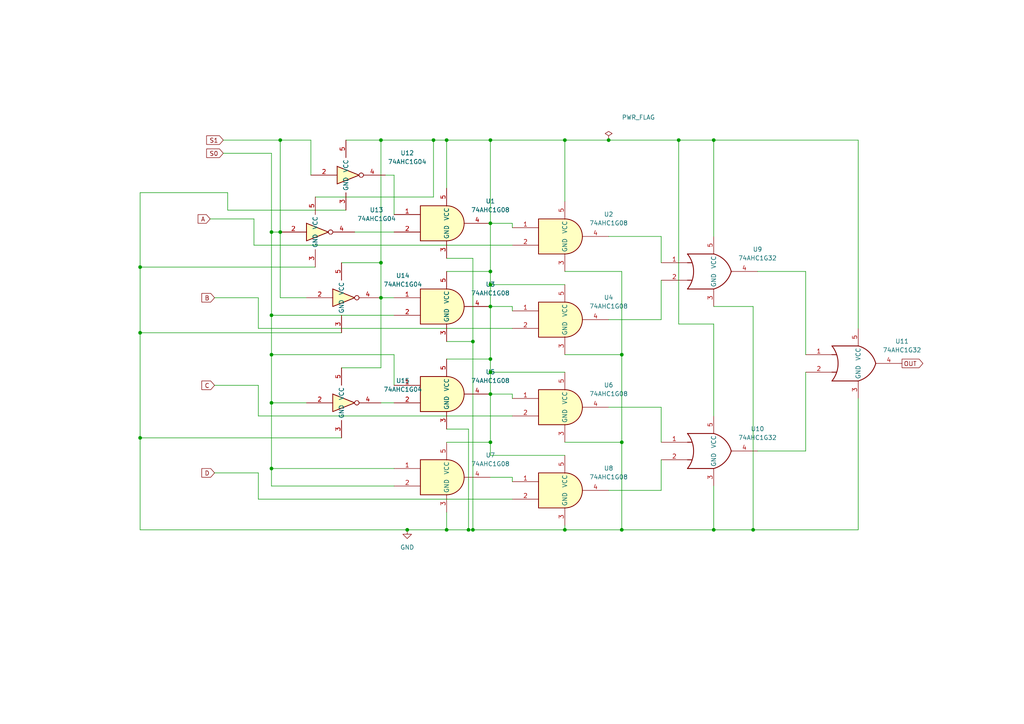
<source format=kicad_sch>
(kicad_sch
	(version 20250114)
	(generator "eeschema")
	(generator_version "9.0")
	(uuid "f44b296d-a981-4594-b136-10b167aaad4f")
	(paper "A4")
	(lib_symbols
		(symbol "74xGxx:74AHC1G04"
			(exclude_from_sim no)
			(in_bom yes)
			(on_board yes)
			(property "Reference" "U12"
				(at 12.7 6.4202 0)
				(effects
					(font
						(size 1.27 1.27)
					)
				)
			)
			(property "Value" "74AHC1G04"
				(at 12.7 3.8802 0)
				(effects
					(font
						(size 1.27 1.27)
					)
				)
			)
			(property "Footprint" ""
				(at 0 0 0)
				(effects
					(font
						(size 1.27 1.27)
					)
					(hide yes)
				)
			)
			(property "Datasheet" "http://www.ti.com/lit/sg/scyt129e/scyt129e.pdf"
				(at 0 0 0)
				(effects
					(font
						(size 1.27 1.27)
					)
					(hide yes)
				)
			)
			(property "Description" "Single NOT Gate, Low-Voltage CMOS"
				(at 0 0 0)
				(effects
					(font
						(size 1.27 1.27)
					)
					(hide yes)
				)
			)
			(property "ki_keywords" "Single Gate NOT LVC CMOS"
				(at 0 0 0)
				(effects
					(font
						(size 1.27 1.27)
					)
					(hide yes)
				)
			)
			(property "ki_fp_filters" "SOT* SG-*"
				(at 0 0 0)
				(effects
					(font
						(size 1.27 1.27)
					)
					(hide yes)
				)
			)
			(symbol "74AHC1G04_0_1"
				(polyline
					(pts
						(xy -7.62 2.54) (xy -7.62 -2.54) (xy -1.27 0) (xy -7.62 2.54)
					)
					(stroke
						(width 0.254)
						(type default)
					)
					(fill
						(type background)
					)
				)
			)
			(symbol "74AHC1G04_1_1"
				(pin input line
					(at -15.24 0 0)
					(length 7.62)
					(name "~"
						(effects
							(font
								(size 1.27 1.27)
							)
						)
					)
					(number "2"
						(effects
							(font
								(size 1.27 1.27)
							)
						)
					)
				)
				(pin no_connect line
					(at -7.62 2.54 0)
					(length 2.54)
					(hide yes)
					(name "NC"
						(effects
							(font
								(size 1.27 1.27)
							)
						)
					)
					(number "1"
						(effects
							(font
								(size 1.27 1.27)
							)
						)
					)
				)
				(pin power_in line
					(at -5.08 10.16 270)
					(length 5.08)
					(name "VCC"
						(effects
							(font
								(size 1.27 1.27)
							)
						)
					)
					(number "5"
						(effects
							(font
								(size 1.27 1.27)
							)
						)
					)
				)
				(pin power_in line
					(at -5.08 -10.16 90)
					(length 5.08)
					(name "GND"
						(effects
							(font
								(size 1.27 1.27)
							)
						)
					)
					(number "3"
						(effects
							(font
								(size 1.27 1.27)
							)
						)
					)
				)
				(pin output inverted
					(at 6.35 0 180)
					(length 7.62)
					(name "~"
						(effects
							(font
								(size 1.27 1.27)
							)
						)
					)
					(number "4"
						(effects
							(font
								(size 1.27 1.27)
							)
						)
					)
				)
			)
			(embedded_fonts no)
		)
		(symbol "74xGxx:74AHC1G08"
			(exclude_from_sim no)
			(in_bom yes)
			(on_board yes)
			(property "Reference" "U"
				(at -2.54 3.81 0)
				(effects
					(font
						(size 1.27 1.27)
					)
				)
			)
			(property "Value" "74AHC1G08"
				(at 0 -3.81 0)
				(effects
					(font
						(size 1.27 1.27)
					)
				)
			)
			(property "Footprint" ""
				(at 0 0 0)
				(effects
					(font
						(size 1.27 1.27)
					)
					(hide yes)
				)
			)
			(property "Datasheet" "http://www.ti.com/lit/sg/scyt129e/scyt129e.pdf"
				(at 0 0 0)
				(effects
					(font
						(size 1.27 1.27)
					)
					(hide yes)
				)
			)
			(property "Description" "Single AND Gate, Low-Voltage CMOS"
				(at 0 0 0)
				(effects
					(font
						(size 1.27 1.27)
					)
					(hide yes)
				)
			)
			(property "ki_keywords" "Single Gate AND LVC CMOS"
				(at 0 0 0)
				(effects
					(font
						(size 1.27 1.27)
					)
					(hide yes)
				)
			)
			(property "ki_fp_filters" "SOT* SG-*"
				(at 0 0 0)
				(effects
					(font
						(size 1.27 1.27)
					)
					(hide yes)
				)
			)
			(symbol "74AHC1G08_0_1"
				(arc
					(start 0 5.08)
					(mid 5.0579 0)
					(end 0 -5.08)
					(stroke
						(width 0.254)
						(type default)
					)
					(fill
						(type background)
					)
				)
				(polyline
					(pts
						(xy 0 -5.08) (xy -7.62 -5.08) (xy -7.62 5.08) (xy 0 5.08)
					)
					(stroke
						(width 0.254)
						(type default)
					)
					(fill
						(type background)
					)
				)
			)
			(symbol "74AHC1G08_1_1"
				(pin input line
					(at -15.24 2.54 0)
					(length 7.62)
					(name "~"
						(effects
							(font
								(size 1.27 1.27)
							)
						)
					)
					(number "1"
						(effects
							(font
								(size 1.27 1.27)
							)
						)
					)
				)
				(pin input line
					(at -15.24 -2.54 0)
					(length 7.62)
					(name "~"
						(effects
							(font
								(size 1.27 1.27)
							)
						)
					)
					(number "2"
						(effects
							(font
								(size 1.27 1.27)
							)
						)
					)
				)
				(pin power_in line
					(at 0 10.16 270)
					(length 5.08)
					(name "VCC"
						(effects
							(font
								(size 1.27 1.27)
							)
						)
					)
					(number "5"
						(effects
							(font
								(size 1.27 1.27)
							)
						)
					)
				)
				(pin power_in line
					(at 0 -10.16 90)
					(length 5.08)
					(name "GND"
						(effects
							(font
								(size 1.27 1.27)
							)
						)
					)
					(number "3"
						(effects
							(font
								(size 1.27 1.27)
							)
						)
					)
				)
				(pin output line
					(at 12.7 0 180)
					(length 7.62)
					(name "~"
						(effects
							(font
								(size 1.27 1.27)
							)
						)
					)
					(number "4"
						(effects
							(font
								(size 1.27 1.27)
							)
						)
					)
				)
			)
			(embedded_fonts no)
		)
		(symbol "74xGxx:74AHC1G32"
			(exclude_from_sim no)
			(in_bom yes)
			(on_board yes)
			(property "Reference" "U"
				(at -2.54 3.81 0)
				(effects
					(font
						(size 1.27 1.27)
					)
				)
			)
			(property "Value" "74AHC1G32"
				(at 0 -3.81 0)
				(effects
					(font
						(size 1.27 1.27)
					)
				)
			)
			(property "Footprint" ""
				(at 0 0 0)
				(effects
					(font
						(size 1.27 1.27)
					)
					(hide yes)
				)
			)
			(property "Datasheet" "http://www.ti.com/lit/sg/scyt129e/scyt129e.pdf"
				(at 0 0 0)
				(effects
					(font
						(size 1.27 1.27)
					)
					(hide yes)
				)
			)
			(property "Description" "Single OR Gate, Low-Voltage CMOS"
				(at 0 0 0)
				(effects
					(font
						(size 1.27 1.27)
					)
					(hide yes)
				)
			)
			(property "ki_keywords" "Single Gate OR LVC CMOS"
				(at 0 0 0)
				(effects
					(font
						(size 1.27 1.27)
					)
					(hide yes)
				)
			)
			(property "ki_fp_filters" "SOT* SG-*"
				(at 0 0 0)
				(effects
					(font
						(size 1.27 1.27)
					)
					(hide yes)
				)
			)
			(symbol "74AHC1G32_0_1"
				(arc
					(start -7.62 5.08)
					(mid -5.838 0)
					(end -7.62 -5.08)
					(stroke
						(width 0.254)
						(type default)
					)
					(fill
						(type none)
					)
				)
				(polyline
					(pts
						(xy -7.62 2.54) (xy -6.35 2.54)
					)
					(stroke
						(width 0.254)
						(type default)
					)
					(fill
						(type background)
					)
				)
				(polyline
					(pts
						(xy -7.62 -2.54) (xy -6.35 -2.54)
					)
					(stroke
						(width 0.254)
						(type default)
					)
					(fill
						(type background)
					)
				)
				(arc
					(start 5.08 0)
					(mid 3.202 -3.202)
					(end 0 -5.08)
					(stroke
						(width 0.254)
						(type default)
					)
					(fill
						(type none)
					)
				)
				(arc
					(start 0 5.08)
					(mid 3.2271 3.2271)
					(end 5.08 0)
					(stroke
						(width 0.254)
						(type default)
					)
					(fill
						(type none)
					)
				)
				(polyline
					(pts
						(xy 0 5.08) (xy -7.62 5.08)
					)
					(stroke
						(width 0.254)
						(type default)
					)
					(fill
						(type background)
					)
				)
				(polyline
					(pts
						(xy 0 -5.08) (xy -7.62 -5.08)
					)
					(stroke
						(width 0.254)
						(type default)
					)
					(fill
						(type background)
					)
				)
			)
			(symbol "74AHC1G32_1_1"
				(pin input line
					(at -15.24 2.54 0)
					(length 7.62)
					(name "~"
						(effects
							(font
								(size 1.27 1.27)
							)
						)
					)
					(number "1"
						(effects
							(font
								(size 1.27 1.27)
							)
						)
					)
				)
				(pin input line
					(at -15.24 -2.54 0)
					(length 7.62)
					(name "~"
						(effects
							(font
								(size 1.27 1.27)
							)
						)
					)
					(number "2"
						(effects
							(font
								(size 1.27 1.27)
							)
						)
					)
				)
				(pin power_in line
					(at 0 10.16 270)
					(length 5.08)
					(name "VCC"
						(effects
							(font
								(size 1.27 1.27)
							)
						)
					)
					(number "5"
						(effects
							(font
								(size 1.27 1.27)
							)
						)
					)
				)
				(pin power_in line
					(at 0 -10.16 90)
					(length 5.08)
					(name "GND"
						(effects
							(font
								(size 1.27 1.27)
							)
						)
					)
					(number "3"
						(effects
							(font
								(size 1.27 1.27)
							)
						)
					)
				)
				(pin output line
					(at 12.7 0 180)
					(length 7.62)
					(name "~"
						(effects
							(font
								(size 1.27 1.27)
							)
						)
					)
					(number "4"
						(effects
							(font
								(size 1.27 1.27)
							)
						)
					)
				)
			)
			(embedded_fonts no)
		)
		(symbol "power:GND"
			(power)
			(pin_numbers
				(hide yes)
			)
			(pin_names
				(offset 0)
				(hide yes)
			)
			(exclude_from_sim no)
			(in_bom yes)
			(on_board yes)
			(property "Reference" "#PWR"
				(at 0 -6.35 0)
				(effects
					(font
						(size 1.27 1.27)
					)
					(hide yes)
				)
			)
			(property "Value" "GND"
				(at 0 -3.81 0)
				(effects
					(font
						(size 1.27 1.27)
					)
				)
			)
			(property "Footprint" ""
				(at 0 0 0)
				(effects
					(font
						(size 1.27 1.27)
					)
					(hide yes)
				)
			)
			(property "Datasheet" ""
				(at 0 0 0)
				(effects
					(font
						(size 1.27 1.27)
					)
					(hide yes)
				)
			)
			(property "Description" "Power symbol creates a global label with name \"GND\" , ground"
				(at 0 0 0)
				(effects
					(font
						(size 1.27 1.27)
					)
					(hide yes)
				)
			)
			(property "ki_keywords" "global power"
				(at 0 0 0)
				(effects
					(font
						(size 1.27 1.27)
					)
					(hide yes)
				)
			)
			(symbol "GND_0_1"
				(polyline
					(pts
						(xy 0 0) (xy 0 -1.27) (xy 1.27 -1.27) (xy 0 -2.54) (xy -1.27 -1.27) (xy 0 -1.27)
					)
					(stroke
						(width 0)
						(type default)
					)
					(fill
						(type none)
					)
				)
			)
			(symbol "GND_1_1"
				(pin power_in line
					(at 0 0 270)
					(length 0)
					(name "~"
						(effects
							(font
								(size 1.27 1.27)
							)
						)
					)
					(number "1"
						(effects
							(font
								(size 1.27 1.27)
							)
						)
					)
				)
			)
			(embedded_fonts no)
		)
		(symbol "power:PWR_FLAG"
			(power)
			(pin_numbers
				(hide yes)
			)
			(pin_names
				(offset 0)
				(hide yes)
			)
			(exclude_from_sim no)
			(in_bom yes)
			(on_board yes)
			(property "Reference" "#FLG"
				(at 0 1.905 0)
				(effects
					(font
						(size 1.27 1.27)
					)
					(hide yes)
				)
			)
			(property "Value" "PWR_FLAG"
				(at 0 3.81 0)
				(effects
					(font
						(size 1.27 1.27)
					)
				)
			)
			(property "Footprint" ""
				(at 0 0 0)
				(effects
					(font
						(size 1.27 1.27)
					)
					(hide yes)
				)
			)
			(property "Datasheet" "~"
				(at 0 0 0)
				(effects
					(font
						(size 1.27 1.27)
					)
					(hide yes)
				)
			)
			(property "Description" "Special symbol for telling ERC where power comes from"
				(at 0 0 0)
				(effects
					(font
						(size 1.27 1.27)
					)
					(hide yes)
				)
			)
			(property "ki_keywords" "flag power"
				(at 0 0 0)
				(effects
					(font
						(size 1.27 1.27)
					)
					(hide yes)
				)
			)
			(symbol "PWR_FLAG_0_0"
				(pin power_out line
					(at 0 0 90)
					(length 0)
					(name "~"
						(effects
							(font
								(size 1.27 1.27)
							)
						)
					)
					(number "1"
						(effects
							(font
								(size 1.27 1.27)
							)
						)
					)
				)
			)
			(symbol "PWR_FLAG_0_1"
				(polyline
					(pts
						(xy 0 0) (xy 0 1.27) (xy -1.016 1.905) (xy 0 2.54) (xy 1.016 1.905) (xy 0 1.27)
					)
					(stroke
						(width 0)
						(type default)
					)
					(fill
						(type none)
					)
				)
			)
			(embedded_fonts no)
		)
	)
	(junction
		(at 110.49 86.36)
		(diameter 0)
		(color 0 0 0 0)
		(uuid "1241a365-b57c-4c8f-8dec-313a0fee87e4")
	)
	(junction
		(at 78.74 67.31)
		(diameter 0)
		(color 0 0 0 0)
		(uuid "145a968c-5054-4fde-9d27-0bc7b2643b14")
	)
	(junction
		(at 142.24 128.27)
		(diameter 0)
		(color 0 0 0 0)
		(uuid "1d3852b7-94f7-4358-b8a2-835db9823952")
	)
	(junction
		(at 40.64 127)
		(diameter 0)
		(color 0 0 0 0)
		(uuid "209828c8-9fe5-45b4-b96a-90526bf61fb7")
	)
	(junction
		(at 40.64 96.52)
		(diameter 0)
		(color 0 0 0 0)
		(uuid "269f9cff-ddd1-4d67-90d1-fada43986aa4")
	)
	(junction
		(at 137.16 99.06)
		(diameter 0)
		(color 0 0 0 0)
		(uuid "26a5c74b-43fc-4195-a0fd-996a323c4f8b")
	)
	(junction
		(at 142.24 107.95)
		(diameter 0)
		(color 0 0 0 0)
		(uuid "2b511997-2565-4f03-94c7-a9a116d0ee2e")
	)
	(junction
		(at 207.01 153.67)
		(diameter 0)
		(color 0 0 0 0)
		(uuid "3880c1ea-c22e-4337-aa06-ce596c0fb634")
	)
	(junction
		(at 78.74 91.44)
		(diameter 0)
		(color 0 0 0 0)
		(uuid "39cbaf2e-de02-4756-9c67-864751dba242")
	)
	(junction
		(at 40.64 77.47)
		(diameter 0)
		(color 0 0 0 0)
		(uuid "3dc4bd99-bcf9-4852-a47f-4229aba9d025")
	)
	(junction
		(at 142.24 104.14)
		(diameter 0)
		(color 0 0 0 0)
		(uuid "3ebb2def-f9fe-490a-b5b6-5bbd0a3d006c")
	)
	(junction
		(at 78.74 135.89)
		(diameter 0)
		(color 0 0 0 0)
		(uuid "3ee0ef4e-01a7-415d-98bc-2562f2a36192")
	)
	(junction
		(at 176.53 40.64)
		(diameter 0)
		(color 0 0 0 0)
		(uuid "48420b0e-a46d-4566-8370-746dee2eea38")
	)
	(junction
		(at 142.24 40.64)
		(diameter 0)
		(color 0 0 0 0)
		(uuid "53f5d7a8-bb53-4421-85db-a6faf71b76b0")
	)
	(junction
		(at 180.34 102.87)
		(diameter 0)
		(color 0 0 0 0)
		(uuid "5e141a18-e668-4ab1-801c-c0c2dc4e831d")
	)
	(junction
		(at 81.28 40.64)
		(diameter 0)
		(color 0 0 0 0)
		(uuid "628a1601-ed36-4cd6-bffc-5245c97de7da")
	)
	(junction
		(at 135.89 153.67)
		(diameter 0)
		(color 0 0 0 0)
		(uuid "6bd081ac-38f7-4fcb-9896-d9a5fc816cc1")
	)
	(junction
		(at 142.24 78.74)
		(diameter 0)
		(color 0 0 0 0)
		(uuid "7c7c5d21-b3a8-44f7-ae27-2beacd37c24a")
	)
	(junction
		(at 163.83 40.64)
		(diameter 0)
		(color 0 0 0 0)
		(uuid "7d716917-d76e-4f4e-a418-18e43c83a781")
	)
	(junction
		(at 142.24 114.3)
		(diameter 0)
		(color 0 0 0 0)
		(uuid "7e738618-f48b-4ec2-b5c0-724bd403c80c")
	)
	(junction
		(at 207.01 40.64)
		(diameter 0)
		(color 0 0 0 0)
		(uuid "7ebc8a4e-1d61-4754-bdd4-bed984b2664a")
	)
	(junction
		(at 142.24 88.9)
		(diameter 0)
		(color 0 0 0 0)
		(uuid "829daea9-e183-4fc8-9b12-8b517182f645")
	)
	(junction
		(at 129.54 153.67)
		(diameter 0)
		(color 0 0 0 0)
		(uuid "8e70ec7e-a770-4483-a76f-21fc3750d1cc")
	)
	(junction
		(at 180.34 128.27)
		(diameter 0)
		(color 0 0 0 0)
		(uuid "8fcc62b9-a355-497f-a93a-345b434f66de")
	)
	(junction
		(at 78.74 102.87)
		(diameter 0)
		(color 0 0 0 0)
		(uuid "98e68292-cd33-4d76-acfd-cd24666e52c5")
	)
	(junction
		(at 110.49 40.64)
		(diameter 0)
		(color 0 0 0 0)
		(uuid "a62eb489-c403-4dc6-897a-c0e12d99f170")
	)
	(junction
		(at 137.16 153.67)
		(diameter 0)
		(color 0 0 0 0)
		(uuid "abf16731-8605-4f64-8038-731613db395e")
	)
	(junction
		(at 125.73 40.64)
		(diameter 0)
		(color 0 0 0 0)
		(uuid "b2ab2ac2-ed86-4de0-a6d1-bfeadbd73aaf")
	)
	(junction
		(at 196.85 40.64)
		(diameter 0)
		(color 0 0 0 0)
		(uuid "b513e8d2-aff6-4b60-99dd-0e0cbae6ab38")
	)
	(junction
		(at 110.49 76.2)
		(diameter 0)
		(color 0 0 0 0)
		(uuid "bcece145-9286-44ae-beaa-2a81776e861d")
	)
	(junction
		(at 142.24 82.55)
		(diameter 0)
		(color 0 0 0 0)
		(uuid "c3a1d04b-1139-4e0d-b9a8-3dfde134962b")
	)
	(junction
		(at 81.28 67.31)
		(diameter 0)
		(color 0 0 0 0)
		(uuid "d32e3bc3-b5c5-4d91-bf81-3776912d7abe")
	)
	(junction
		(at 180.34 153.67)
		(diameter 0)
		(color 0 0 0 0)
		(uuid "ddf2e200-803a-4f91-a37e-bd9cbb3e72fe")
	)
	(junction
		(at 163.83 153.67)
		(diameter 0)
		(color 0 0 0 0)
		(uuid "e89f9926-11ba-45da-b662-2ddbacea7769")
	)
	(junction
		(at 78.74 116.84)
		(diameter 0)
		(color 0 0 0 0)
		(uuid "eb0b643d-f9ca-4ed5-9b39-cc98f01f0c49")
	)
	(junction
		(at 218.44 153.67)
		(diameter 0)
		(color 0 0 0 0)
		(uuid "f56c3ec3-be50-4581-bcbc-f2fe1f442061")
	)
	(junction
		(at 142.24 64.77)
		(diameter 0)
		(color 0 0 0 0)
		(uuid "f58a6fd3-c072-4d88-88c1-76923e32650d")
	)
	(junction
		(at 118.11 153.67)
		(diameter 0)
		(color 0 0 0 0)
		(uuid "fb7c56f6-a078-4cdd-bec3-605394907abe")
	)
	(junction
		(at 129.54 40.64)
		(diameter 0)
		(color 0 0 0 0)
		(uuid "feaf0c96-6a98-47ba-bf12-a9dfad5486c7")
	)
	(wire
		(pts
			(xy 163.83 102.87) (xy 180.34 102.87)
		)
		(stroke
			(width 0)
			(type default)
		)
		(uuid "01c5c91c-f8b2-4fa6-b9ec-e653439f37a8")
	)
	(wire
		(pts
			(xy 64.77 40.64) (xy 81.28 40.64)
		)
		(stroke
			(width 0)
			(type default)
		)
		(uuid "0ba2d038-e9ce-427f-8c94-8ff5e50182d5")
	)
	(wire
		(pts
			(xy 180.34 78.74) (xy 180.34 102.87)
		)
		(stroke
			(width 0)
			(type default)
		)
		(uuid "0c99b694-51b5-42d1-a23d-ad457d30a68b")
	)
	(wire
		(pts
			(xy 78.74 67.31) (xy 81.28 67.31)
		)
		(stroke
			(width 0)
			(type default)
		)
		(uuid "0e05431a-afbd-49dc-8508-308a94250648")
	)
	(wire
		(pts
			(xy 248.92 153.67) (xy 218.44 153.67)
		)
		(stroke
			(width 0)
			(type default)
		)
		(uuid "1159a6dc-47f8-4a80-a606-4a14b67adccf")
	)
	(wire
		(pts
			(xy 176.53 118.11) (xy 191.77 118.11)
		)
		(stroke
			(width 0)
			(type default)
		)
		(uuid "125baf6d-9f01-4bc9-81d1-df46c26ba245")
	)
	(wire
		(pts
			(xy 129.54 153.67) (xy 135.89 153.67)
		)
		(stroke
			(width 0)
			(type default)
		)
		(uuid "137434ac-5d43-4d7c-a8dc-ba6b8860d04e")
	)
	(wire
		(pts
			(xy 90.17 40.64) (xy 90.17 50.8)
		)
		(stroke
			(width 0)
			(type default)
		)
		(uuid "13849884-133b-4eb4-9a2e-e9c2426bd2eb")
	)
	(wire
		(pts
			(xy 207.01 93.98) (xy 196.85 93.98)
		)
		(stroke
			(width 0)
			(type default)
		)
		(uuid "1637f2c1-1a9b-49cd-b055-438cf2b6fc02")
	)
	(wire
		(pts
			(xy 64.77 44.45) (xy 78.74 44.45)
		)
		(stroke
			(width 0)
			(type default)
		)
		(uuid "16bd6030-0023-435f-ae28-6498d03d0db8")
	)
	(wire
		(pts
			(xy 142.24 107.95) (xy 163.83 107.95)
		)
		(stroke
			(width 0)
			(type default)
		)
		(uuid "17d53d92-b43b-4d79-ae7e-2b9e510d1e7f")
	)
	(wire
		(pts
			(xy 142.24 88.9) (xy 148.59 88.9)
		)
		(stroke
			(width 0)
			(type default)
		)
		(uuid "1b0f3058-53ff-4e80-82fc-50293165b88d")
	)
	(wire
		(pts
			(xy 62.23 111.76) (xy 74.93 111.76)
		)
		(stroke
			(width 0)
			(type default)
		)
		(uuid "1f072a6b-0041-4fce-ba0f-3cbd7bb58e56")
	)
	(wire
		(pts
			(xy 74.93 95.25) (xy 148.59 95.25)
		)
		(stroke
			(width 0)
			(type default)
		)
		(uuid "1fb925aa-dd41-4c46-959c-80a9ebfdb78d")
	)
	(wire
		(pts
			(xy 176.53 92.71) (xy 191.77 92.71)
		)
		(stroke
			(width 0)
			(type default)
		)
		(uuid "22dda4a0-1bf5-4aac-97dc-ac4ef780a851")
	)
	(wire
		(pts
			(xy 110.49 86.36) (xy 110.49 76.2)
		)
		(stroke
			(width 0)
			(type default)
		)
		(uuid "22df2e6f-7f01-425c-9b7b-e3e08b8a0292")
	)
	(wire
		(pts
			(xy 73.66 63.5) (xy 73.66 71.12)
		)
		(stroke
			(width 0)
			(type default)
		)
		(uuid "23d1055b-c296-4305-a15b-34edd5e49d4b")
	)
	(wire
		(pts
			(xy 148.59 88.9) (xy 148.59 90.17)
		)
		(stroke
			(width 0)
			(type default)
		)
		(uuid "242dd706-fdc1-4530-bdca-d3b13593fe48")
	)
	(wire
		(pts
			(xy 129.54 74.93) (xy 137.16 74.93)
		)
		(stroke
			(width 0)
			(type default)
		)
		(uuid "2b6e9e90-344b-4dd5-983e-aa770eae05fd")
	)
	(wire
		(pts
			(xy 129.54 128.27) (xy 142.24 128.27)
		)
		(stroke
			(width 0)
			(type default)
		)
		(uuid "2b7a6e79-318e-4cf1-9217-22999a5409a3")
	)
	(wire
		(pts
			(xy 78.74 135.89) (xy 78.74 140.97)
		)
		(stroke
			(width 0)
			(type default)
		)
		(uuid "2c275100-d90b-4e84-9f96-0ead7990b653")
	)
	(wire
		(pts
			(xy 99.06 106.68) (xy 110.49 106.68)
		)
		(stroke
			(width 0)
			(type default)
		)
		(uuid "2e96e5d4-b34d-4972-98a4-a313d286cc8e")
	)
	(wire
		(pts
			(xy 91.44 57.15) (xy 125.73 57.15)
		)
		(stroke
			(width 0)
			(type default)
		)
		(uuid "2fc01723-546a-4b59-b295-7c3030375364")
	)
	(wire
		(pts
			(xy 129.54 78.74) (xy 142.24 78.74)
		)
		(stroke
			(width 0)
			(type default)
		)
		(uuid "307f4216-8dc6-448b-83c9-9f4054d710fd")
	)
	(wire
		(pts
			(xy 40.64 77.47) (xy 40.64 96.52)
		)
		(stroke
			(width 0)
			(type default)
		)
		(uuid "32e07336-2b29-4118-88ed-7b98bebb8ebb")
	)
	(wire
		(pts
			(xy 219.71 78.74) (xy 233.68 78.74)
		)
		(stroke
			(width 0)
			(type default)
		)
		(uuid "34bb7218-7f83-4510-a717-b706f3f423ee")
	)
	(wire
		(pts
			(xy 110.49 76.2) (xy 110.49 40.64)
		)
		(stroke
			(width 0)
			(type default)
		)
		(uuid "35ff714e-3964-44a6-b1e8-cfaa1cd5616e")
	)
	(wire
		(pts
			(xy 148.59 114.3) (xy 148.59 115.57)
		)
		(stroke
			(width 0)
			(type default)
		)
		(uuid "3628e72d-6cb9-43e5-bd22-78f07eddf7d1")
	)
	(wire
		(pts
			(xy 62.23 86.36) (xy 74.93 86.36)
		)
		(stroke
			(width 0)
			(type default)
		)
		(uuid "391781b3-b4d1-4450-bab3-cf5bd45582d0")
	)
	(wire
		(pts
			(xy 110.49 40.64) (xy 125.73 40.64)
		)
		(stroke
			(width 0)
			(type default)
		)
		(uuid "3b14bff5-e836-4bbe-b3ba-215d5246676f")
	)
	(wire
		(pts
			(xy 74.93 144.78) (xy 148.59 144.78)
		)
		(stroke
			(width 0)
			(type default)
		)
		(uuid "3c110de2-639e-4b60-9ec0-7dac6c14deca")
	)
	(wire
		(pts
			(xy 191.77 142.24) (xy 191.77 133.35)
		)
		(stroke
			(width 0)
			(type default)
		)
		(uuid "3f4e40b0-98f8-4fb2-ae63-1badd1836c33")
	)
	(wire
		(pts
			(xy 78.74 91.44) (xy 114.3 91.44)
		)
		(stroke
			(width 0)
			(type default)
		)
		(uuid "430501ec-d632-4522-b1b2-0c3443139fa9")
	)
	(wire
		(pts
			(xy 78.74 67.31) (xy 78.74 91.44)
		)
		(stroke
			(width 0)
			(type default)
		)
		(uuid "46995911-e318-4d6c-9d4b-3043903d66c2")
	)
	(wire
		(pts
			(xy 163.83 40.64) (xy 163.83 58.42)
		)
		(stroke
			(width 0)
			(type default)
		)
		(uuid "481c018c-b69b-4e7c-8fab-f774d851e5ef")
	)
	(wire
		(pts
			(xy 40.64 96.52) (xy 99.06 96.52)
		)
		(stroke
			(width 0)
			(type default)
		)
		(uuid "4b1f1ab1-6b3f-4490-8054-127da7fb345a")
	)
	(wire
		(pts
			(xy 81.28 40.64) (xy 90.17 40.64)
		)
		(stroke
			(width 0)
			(type default)
		)
		(uuid "4b691580-8c65-4b12-98da-16c4d557d210")
	)
	(wire
		(pts
			(xy 142.24 40.64) (xy 142.24 64.77)
		)
		(stroke
			(width 0)
			(type default)
		)
		(uuid "4bbbd189-a6e3-44d7-bd40-69dfd2e08363")
	)
	(wire
		(pts
			(xy 142.24 88.9) (xy 142.24 104.14)
		)
		(stroke
			(width 0)
			(type default)
		)
		(uuid "4bbdc6a4-5eca-47ff-b5c8-9bd25e2600bb")
	)
	(wire
		(pts
			(xy 62.23 137.16) (xy 74.93 137.16)
		)
		(stroke
			(width 0)
			(type default)
		)
		(uuid "4cc0b58d-1af7-47fd-84a9-48fc6925e93c")
	)
	(wire
		(pts
			(xy 78.74 135.89) (xy 114.3 135.89)
		)
		(stroke
			(width 0)
			(type default)
		)
		(uuid "4cf389ef-258c-4d2e-8c36-7a2008cb3fa4")
	)
	(wire
		(pts
			(xy 40.64 153.67) (xy 118.11 153.67)
		)
		(stroke
			(width 0)
			(type default)
		)
		(uuid "5049eaff-c3fe-4380-b5d5-c4744c69f8d7")
	)
	(wire
		(pts
			(xy 142.24 40.64) (xy 163.83 40.64)
		)
		(stroke
			(width 0)
			(type default)
		)
		(uuid "55d11e4a-5952-431f-a69a-1bee52dd68ef")
	)
	(wire
		(pts
			(xy 78.74 102.87) (xy 114.3 102.87)
		)
		(stroke
			(width 0)
			(type default)
		)
		(uuid "592cd547-f26c-4fde-8b14-5d23aa8fde84")
	)
	(wire
		(pts
			(xy 66.04 60.96) (xy 66.04 55.88)
		)
		(stroke
			(width 0)
			(type default)
		)
		(uuid "5a108a68-2c04-47ec-a011-42b59d75fd26")
	)
	(wire
		(pts
			(xy 163.83 153.67) (xy 163.83 152.4)
		)
		(stroke
			(width 0)
			(type default)
		)
		(uuid "5aeb4326-2ae3-408b-a2e7-71c9cc110d08")
	)
	(wire
		(pts
			(xy 163.83 40.64) (xy 176.53 40.64)
		)
		(stroke
			(width 0)
			(type default)
		)
		(uuid "5d348175-f6b8-409c-883b-2276326cf8da")
	)
	(wire
		(pts
			(xy 100.33 40.64) (xy 110.49 40.64)
		)
		(stroke
			(width 0)
			(type default)
		)
		(uuid "61f45980-574a-47fe-9ce7-3f4fe1a77da7")
	)
	(wire
		(pts
			(xy 74.93 137.16) (xy 74.93 144.78)
		)
		(stroke
			(width 0)
			(type default)
		)
		(uuid "62ecef4e-ad8c-4d58-a800-f12ff55373f8")
	)
	(wire
		(pts
			(xy 142.24 138.43) (xy 148.59 138.43)
		)
		(stroke
			(width 0)
			(type default)
		)
		(uuid "64fe6b70-5e38-440a-8547-e01841738eb8")
	)
	(wire
		(pts
			(xy 40.64 127) (xy 40.64 153.67)
		)
		(stroke
			(width 0)
			(type default)
		)
		(uuid "6626ecbf-b9c2-4b0b-8d90-a78a3bede138")
	)
	(wire
		(pts
			(xy 110.49 116.84) (xy 114.3 116.84)
		)
		(stroke
			(width 0)
			(type default)
		)
		(uuid "667aa90c-a8df-4384-99f4-8195a4c4dc5f")
	)
	(wire
		(pts
			(xy 142.24 104.14) (xy 142.24 107.95)
		)
		(stroke
			(width 0)
			(type default)
		)
		(uuid "690917eb-0299-40f2-8810-150925a17313")
	)
	(wire
		(pts
			(xy 102.87 67.31) (xy 114.3 67.31)
		)
		(stroke
			(width 0)
			(type default)
		)
		(uuid "6b217a9b-d075-499a-8c09-dd69488a9f7a")
	)
	(wire
		(pts
			(xy 99.06 76.2) (xy 110.49 76.2)
		)
		(stroke
			(width 0)
			(type default)
		)
		(uuid "6c171b2f-231d-4a4d-8301-f5ce74070d62")
	)
	(wire
		(pts
			(xy 142.24 82.55) (xy 142.24 88.9)
		)
		(stroke
			(width 0)
			(type default)
		)
		(uuid "6d5c0fa6-1b8f-4e56-bf85-0c64a1f7784f")
	)
	(wire
		(pts
			(xy 78.74 116.84) (xy 78.74 135.89)
		)
		(stroke
			(width 0)
			(type default)
		)
		(uuid "6e5c35fb-ce0a-415d-925e-5a994eae5746")
	)
	(wire
		(pts
			(xy 74.93 120.65) (xy 148.59 120.65)
		)
		(stroke
			(width 0)
			(type default)
		)
		(uuid "70cd4926-8870-4921-b834-b262503188e6")
	)
	(wire
		(pts
			(xy 233.68 130.81) (xy 233.68 107.95)
		)
		(stroke
			(width 0)
			(type default)
		)
		(uuid "73396482-c66d-42ff-981b-0d7a0a855516")
	)
	(wire
		(pts
			(xy 248.92 95.25) (xy 248.92 40.64)
		)
		(stroke
			(width 0)
			(type default)
		)
		(uuid "74f625d0-26a1-4ad4-9456-80e2f2cf2947")
	)
	(wire
		(pts
			(xy 191.77 118.11) (xy 191.77 128.27)
		)
		(stroke
			(width 0)
			(type default)
		)
		(uuid "772b1d67-40ea-4156-8470-139d92496931")
	)
	(wire
		(pts
			(xy 142.24 114.3) (xy 148.59 114.3)
		)
		(stroke
			(width 0)
			(type default)
		)
		(uuid "7c14160e-740d-4532-a00a-780b53a4617c")
	)
	(wire
		(pts
			(xy 129.54 148.59) (xy 129.54 153.67)
		)
		(stroke
			(width 0)
			(type default)
		)
		(uuid "7ca7eb27-6ce9-4ffb-830a-0579edba2972")
	)
	(wire
		(pts
			(xy 207.01 120.65) (xy 207.01 93.98)
		)
		(stroke
			(width 0)
			(type default)
		)
		(uuid "7d307e75-b1fe-4949-87ba-d2447779e1a6")
	)
	(wire
		(pts
			(xy 114.3 102.87) (xy 114.3 111.76)
		)
		(stroke
			(width 0)
			(type default)
		)
		(uuid "81821d8a-dd83-4ec1-a4bb-885d2af6c10c")
	)
	(wire
		(pts
			(xy 78.74 91.44) (xy 78.74 102.87)
		)
		(stroke
			(width 0)
			(type default)
		)
		(uuid "835b5096-6a97-41f4-a338-e9157825292d")
	)
	(wire
		(pts
			(xy 191.77 68.58) (xy 191.77 76.2)
		)
		(stroke
			(width 0)
			(type default)
		)
		(uuid "8401b252-9fbe-4de2-9e41-d3e7fd8cad06")
	)
	(wire
		(pts
			(xy 40.64 96.52) (xy 40.64 127)
		)
		(stroke
			(width 0)
			(type default)
		)
		(uuid "84c5dd84-732e-4845-90eb-92dd4ead59af")
	)
	(wire
		(pts
			(xy 180.34 102.87) (xy 180.34 128.27)
		)
		(stroke
			(width 0)
			(type default)
		)
		(uuid "858ec7e6-0fa8-4020-a9dd-f095dbb4d421")
	)
	(wire
		(pts
			(xy 163.83 132.08) (xy 142.24 132.08)
		)
		(stroke
			(width 0)
			(type default)
		)
		(uuid "898c6a67-4eae-47eb-a8a3-3c82c3068c38")
	)
	(wire
		(pts
			(xy 142.24 64.77) (xy 148.59 64.77)
		)
		(stroke
			(width 0)
			(type default)
		)
		(uuid "8bb19778-473f-49d1-a0a0-9a164084d2ed")
	)
	(wire
		(pts
			(xy 163.83 78.74) (xy 180.34 78.74)
		)
		(stroke
			(width 0)
			(type default)
		)
		(uuid "8bb19f60-7aa2-4318-bb3b-37d8c827d9eb")
	)
	(wire
		(pts
			(xy 118.11 153.67) (xy 129.54 153.67)
		)
		(stroke
			(width 0)
			(type default)
		)
		(uuid "8ccd2fd9-4d33-4a12-b0b0-dc900fcaf5f4")
	)
	(wire
		(pts
			(xy 137.16 153.67) (xy 163.83 153.67)
		)
		(stroke
			(width 0)
			(type default)
		)
		(uuid "8e0f3286-f7f7-4a0e-bbaa-5c70decdb753")
	)
	(wire
		(pts
			(xy 129.54 124.46) (xy 135.89 124.46)
		)
		(stroke
			(width 0)
			(type default)
		)
		(uuid "8f302aea-14d4-4620-97c5-3f64e40c0665")
	)
	(wire
		(pts
			(xy 100.33 60.96) (xy 66.04 60.96)
		)
		(stroke
			(width 0)
			(type default)
		)
		(uuid "93e5e4b0-2f6b-4223-96cc-25cd84195abd")
	)
	(wire
		(pts
			(xy 137.16 74.93) (xy 137.16 99.06)
		)
		(stroke
			(width 0)
			(type default)
		)
		(uuid "93e65279-1548-4c7d-8a80-1699a10a8f5e")
	)
	(wire
		(pts
			(xy 207.01 40.64) (xy 248.92 40.64)
		)
		(stroke
			(width 0)
			(type default)
		)
		(uuid "950fdc51-8cd3-4798-8c16-d3a6a290594a")
	)
	(wire
		(pts
			(xy 191.77 92.71) (xy 191.77 81.28)
		)
		(stroke
			(width 0)
			(type default)
		)
		(uuid "964fec25-fa6a-4bca-b01d-5b27c090c160")
	)
	(wire
		(pts
			(xy 125.73 57.15) (xy 125.73 40.64)
		)
		(stroke
			(width 0)
			(type default)
		)
		(uuid "96d04fd0-e0a2-4597-b78d-8255331785c5")
	)
	(wire
		(pts
			(xy 110.49 106.68) (xy 110.49 86.36)
		)
		(stroke
			(width 0)
			(type default)
		)
		(uuid "9833255f-9ffe-4db6-9828-2b9e04fd3da9")
	)
	(wire
		(pts
			(xy 196.85 40.64) (xy 207.01 40.64)
		)
		(stroke
			(width 0)
			(type default)
		)
		(uuid "99e471d0-8e8a-4d9b-8225-8057479df040")
	)
	(wire
		(pts
			(xy 233.68 78.74) (xy 233.68 102.87)
		)
		(stroke
			(width 0)
			(type default)
		)
		(uuid "9ba66875-52bf-4f68-9589-052b773af3b7")
	)
	(wire
		(pts
			(xy 111.76 50.8) (xy 114.3 50.8)
		)
		(stroke
			(width 0)
			(type default)
		)
		(uuid "9d7ab288-9356-4370-a073-7ed664524b9d")
	)
	(wire
		(pts
			(xy 207.01 68.58) (xy 207.01 40.64)
		)
		(stroke
			(width 0)
			(type default)
		)
		(uuid "a2f10f82-7ec6-4d93-bd8f-b3824bdc8c6d")
	)
	(wire
		(pts
			(xy 180.34 128.27) (xy 180.34 153.67)
		)
		(stroke
			(width 0)
			(type default)
		)
		(uuid "a6838973-7950-479b-a0cb-d51ea3092f84")
	)
	(wire
		(pts
			(xy 78.74 140.97) (xy 114.3 140.97)
		)
		(stroke
			(width 0)
			(type default)
		)
		(uuid "a78ee8e5-548f-4f86-921f-37fa428262ff")
	)
	(wire
		(pts
			(xy 78.74 44.45) (xy 78.74 67.31)
		)
		(stroke
			(width 0)
			(type default)
		)
		(uuid "af842839-0c8f-4fbc-9493-b53bf4c7fc29")
	)
	(wire
		(pts
			(xy 142.24 114.3) (xy 142.24 128.27)
		)
		(stroke
			(width 0)
			(type default)
		)
		(uuid "b07aa5d7-e2a7-4e1d-9255-d3cad79adedf")
	)
	(wire
		(pts
			(xy 163.83 128.27) (xy 180.34 128.27)
		)
		(stroke
			(width 0)
			(type default)
		)
		(uuid "b1f9434c-2ab2-4b74-b10d-10bad4b2fc86")
	)
	(wire
		(pts
			(xy 218.44 88.9) (xy 218.44 153.67)
		)
		(stroke
			(width 0)
			(type default)
		)
		(uuid "b36f6211-da88-45cb-a7d1-d25cb3a090bc")
	)
	(wire
		(pts
			(xy 129.54 40.64) (xy 129.54 54.61)
		)
		(stroke
			(width 0)
			(type default)
		)
		(uuid "b6cf2aea-6ccf-4782-8892-3f4d7def8f20")
	)
	(wire
		(pts
			(xy 78.74 116.84) (xy 88.9 116.84)
		)
		(stroke
			(width 0)
			(type default)
		)
		(uuid "b769bc07-ea20-4302-9457-9789023e461e")
	)
	(wire
		(pts
			(xy 180.34 153.67) (xy 163.83 153.67)
		)
		(stroke
			(width 0)
			(type default)
		)
		(uuid "b7d354c0-42f3-493b-ac38-d305369f004a")
	)
	(wire
		(pts
			(xy 207.01 88.9) (xy 218.44 88.9)
		)
		(stroke
			(width 0)
			(type default)
		)
		(uuid "b948a3e2-5615-41fc-be4f-89747a9a1543")
	)
	(wire
		(pts
			(xy 142.24 132.08) (xy 142.24 128.27)
		)
		(stroke
			(width 0)
			(type default)
		)
		(uuid "b9bf7455-55a5-4abc-a927-db2d549d6dd2")
	)
	(wire
		(pts
			(xy 40.64 127) (xy 99.06 127)
		)
		(stroke
			(width 0)
			(type default)
		)
		(uuid "bb8462ab-dc47-4905-89d7-70acca1dfab9")
	)
	(wire
		(pts
			(xy 207.01 153.67) (xy 180.34 153.67)
		)
		(stroke
			(width 0)
			(type default)
		)
		(uuid "bcffb5c7-93fc-4e71-b4f7-1cf3fc3bf58e")
	)
	(wire
		(pts
			(xy 248.92 115.57) (xy 248.92 153.67)
		)
		(stroke
			(width 0)
			(type default)
		)
		(uuid "bee53b34-d970-4e1c-9ddc-f8aebec39674")
	)
	(wire
		(pts
			(xy 135.89 124.46) (xy 135.89 153.67)
		)
		(stroke
			(width 0)
			(type default)
		)
		(uuid "c0357962-7508-47e3-a75c-49b071e0a232")
	)
	(wire
		(pts
			(xy 176.53 142.24) (xy 191.77 142.24)
		)
		(stroke
			(width 0)
			(type default)
		)
		(uuid "c13be364-aaaa-43d0-99f4-ceea83fcf51d")
	)
	(wire
		(pts
			(xy 114.3 50.8) (xy 114.3 62.23)
		)
		(stroke
			(width 0)
			(type default)
		)
		(uuid "c3630746-8a8b-4be0-a749-2c7201af411f")
	)
	(wire
		(pts
			(xy 74.93 86.36) (xy 74.93 95.25)
		)
		(stroke
			(width 0)
			(type default)
		)
		(uuid "c405b6dd-1146-4857-86d3-76c9ade17a00")
	)
	(wire
		(pts
			(xy 196.85 40.64) (xy 176.53 40.64)
		)
		(stroke
			(width 0)
			(type default)
		)
		(uuid "c5bbbf2c-8f0e-499e-89ff-be931ded89d3")
	)
	(wire
		(pts
			(xy 137.16 99.06) (xy 137.16 153.67)
		)
		(stroke
			(width 0)
			(type default)
		)
		(uuid "c6466f8e-ec3b-4946-b823-9c44fcfbdb88")
	)
	(wire
		(pts
			(xy 81.28 86.36) (xy 88.9 86.36)
		)
		(stroke
			(width 0)
			(type default)
		)
		(uuid "c8e581d5-4714-481f-bd48-3e12d5043b73")
	)
	(wire
		(pts
			(xy 142.24 107.95) (xy 142.24 114.3)
		)
		(stroke
			(width 0)
			(type default)
		)
		(uuid "caac406f-6618-4c8e-bea8-7ea747700703")
	)
	(wire
		(pts
			(xy 81.28 40.64) (xy 81.28 67.31)
		)
		(stroke
			(width 0)
			(type default)
		)
		(uuid "cad13452-7de4-4ab3-b0c3-62f2edcf8d9c")
	)
	(wire
		(pts
			(xy 129.54 99.06) (xy 137.16 99.06)
		)
		(stroke
			(width 0)
			(type default)
		)
		(uuid "cbb25906-ad4e-4613-9715-7acb62677bba")
	)
	(wire
		(pts
			(xy 135.89 153.67) (xy 137.16 153.67)
		)
		(stroke
			(width 0)
			(type default)
		)
		(uuid "cc267232-b40b-482f-97c9-e42b6a9715cf")
	)
	(wire
		(pts
			(xy 176.53 68.58) (xy 191.77 68.58)
		)
		(stroke
			(width 0)
			(type default)
		)
		(uuid "cc8fb87b-f92d-4022-904b-93f7487c9baa")
	)
	(wire
		(pts
			(xy 142.24 64.77) (xy 142.24 78.74)
		)
		(stroke
			(width 0)
			(type default)
		)
		(uuid "cd13ee75-9278-4437-8489-0beb24bb86b9")
	)
	(wire
		(pts
			(xy 142.24 82.55) (xy 163.83 82.55)
		)
		(stroke
			(width 0)
			(type default)
		)
		(uuid "cf0dc92c-44d2-4803-8908-7951d2b1a261")
	)
	(wire
		(pts
			(xy 196.85 40.64) (xy 196.85 93.98)
		)
		(stroke
			(width 0)
			(type default)
		)
		(uuid "d08ba629-ee5a-4081-a5c6-2d949019496c")
	)
	(wire
		(pts
			(xy 60.96 63.5) (xy 73.66 63.5)
		)
		(stroke
			(width 0)
			(type default)
		)
		(uuid "d2975dc3-a2ea-404d-a224-3b34d131e4ef")
	)
	(wire
		(pts
			(xy 81.28 67.31) (xy 81.28 86.36)
		)
		(stroke
			(width 0)
			(type default)
		)
		(uuid "d314cfd8-1b48-41bc-9b27-3229fd039211")
	)
	(wire
		(pts
			(xy 142.24 78.74) (xy 142.24 82.55)
		)
		(stroke
			(width 0)
			(type default)
		)
		(uuid "d505c9c9-b5ab-42bd-8dec-f2a6453d558e")
	)
	(wire
		(pts
			(xy 129.54 40.64) (xy 142.24 40.64)
		)
		(stroke
			(width 0)
			(type default)
		)
		(uuid "d93192cc-a0af-45e6-995f-fa593d41e747")
	)
	(wire
		(pts
			(xy 110.49 86.36) (xy 114.3 86.36)
		)
		(stroke
			(width 0)
			(type default)
		)
		(uuid "d94e37c4-1ca6-43ec-9aff-43caf3e03635")
	)
	(wire
		(pts
			(xy 73.66 71.12) (xy 148.59 71.12)
		)
		(stroke
			(width 0)
			(type default)
		)
		(uuid "dbb80aa9-1a8c-44d2-8076-35f0f88b3bb7")
	)
	(wire
		(pts
			(xy 66.04 55.88) (xy 40.64 55.88)
		)
		(stroke
			(width 0)
			(type default)
		)
		(uuid "dc4a5119-d2be-4ac2-ac45-a77f49795df4")
	)
	(wire
		(pts
			(xy 148.59 64.77) (xy 148.59 66.04)
		)
		(stroke
			(width 0)
			(type default)
		)
		(uuid "dc67972c-7f53-4f83-904d-03a4f474a400")
	)
	(wire
		(pts
			(xy 219.71 130.81) (xy 233.68 130.81)
		)
		(stroke
			(width 0)
			(type default)
		)
		(uuid "df73c785-3fb4-4209-9bc3-0422d1f7575e")
	)
	(wire
		(pts
			(xy 148.59 138.43) (xy 148.59 139.7)
		)
		(stroke
			(width 0)
			(type default)
		)
		(uuid "e5ee2aee-24f1-4c8d-9a74-9991c7a5f7cd")
	)
	(wire
		(pts
			(xy 207.01 140.97) (xy 207.01 153.67)
		)
		(stroke
			(width 0)
			(type default)
		)
		(uuid "e5f8027a-3639-42b8-bab2-911e621c43e9")
	)
	(wire
		(pts
			(xy 78.74 102.87) (xy 78.74 116.84)
		)
		(stroke
			(width 0)
			(type default)
		)
		(uuid "e9721c91-0cc1-4257-af72-49ba3e374a37")
	)
	(wire
		(pts
			(xy 125.73 40.64) (xy 129.54 40.64)
		)
		(stroke
			(width 0)
			(type default)
		)
		(uuid "edf4b6e6-1ab1-47b3-a35a-3185265b8d36")
	)
	(wire
		(pts
			(xy 40.64 55.88) (xy 40.64 77.47)
		)
		(stroke
			(width 0)
			(type default)
		)
		(uuid "f2b1c634-159e-49cc-be82-9ec421b11a6e")
	)
	(wire
		(pts
			(xy 218.44 153.67) (xy 207.01 153.67)
		)
		(stroke
			(width 0)
			(type default)
		)
		(uuid "f6953ea1-4e01-4833-ab61-36f8d41332a8")
	)
	(wire
		(pts
			(xy 74.93 111.76) (xy 74.93 120.65)
		)
		(stroke
			(width 0)
			(type default)
		)
		(uuid "f9fcc415-8037-46f8-9fec-836d299e5371")
	)
	(wire
		(pts
			(xy 129.54 104.14) (xy 142.24 104.14)
		)
		(stroke
			(width 0)
			(type default)
		)
		(uuid "fc2e75fc-a634-45a1-871f-d72753fc8172")
	)
	(wire
		(pts
			(xy 91.44 77.47) (xy 40.64 77.47)
		)
		(stroke
			(width 0)
			(type default)
		)
		(uuid "fff77fb6-b460-4e04-97fb-311046cc9705")
	)
	(global_label "B"
		(shape input)
		(at 62.23 86.36 180)
		(fields_autoplaced yes)
		(effects
			(font
				(size 1.27 1.27)
			)
			(justify right)
		)
		(uuid "1511738a-7598-449d-b027-07bf9c1db2ad")
		(property "Intersheetrefs" "${INTERSHEET_REFS}"
			(at 57.9748 86.36 0)
			(effects
				(font
					(size 1.27 1.27)
				)
				(justify right)
				(hide yes)
			)
		)
	)
	(global_label "S1"
		(shape input)
		(at 64.77 40.64 180)
		(fields_autoplaced yes)
		(effects
			(font
				(size 1.27 1.27)
			)
			(justify right)
		)
		(uuid "5f376804-ffa9-4def-91be-3cbcd156f01a")
		(property "Intersheetrefs" "${INTERSHEET_REFS}"
			(at 59.3658 40.64 0)
			(effects
				(font
					(size 1.27 1.27)
				)
				(justify right)
				(hide yes)
			)
		)
	)
	(global_label "OUT"
		(shape output)
		(at 261.62 105.41 0)
		(fields_autoplaced yes)
		(effects
			(font
				(size 1.27 1.27)
			)
			(justify left)
		)
		(uuid "785ff984-adbc-46cc-963e-6f0482ddde89")
		(property "Intersheetrefs" "${INTERSHEET_REFS}"
			(at 268.2338 105.41 0)
			(effects
				(font
					(size 1.27 1.27)
				)
				(justify left)
				(hide yes)
			)
		)
	)
	(global_label "A"
		(shape input)
		(at 60.96 63.5 180)
		(fields_autoplaced yes)
		(effects
			(font
				(size 1.27 1.27)
			)
			(justify right)
		)
		(uuid "9a9a27ed-35a4-46d8-83a8-07666bb4ec76")
		(property "Intersheetrefs" "${INTERSHEET_REFS}"
			(at 56.8862 63.5 0)
			(effects
				(font
					(size 1.27 1.27)
				)
				(justify right)
				(hide yes)
			)
		)
	)
	(global_label "C"
		(shape input)
		(at 62.23 111.76 180)
		(fields_autoplaced yes)
		(effects
			(font
				(size 1.27 1.27)
			)
			(justify right)
		)
		(uuid "9b72a203-ede2-482d-b5ad-5e03e596d38c")
		(property "Intersheetrefs" "${INTERSHEET_REFS}"
			(at 57.9748 111.76 0)
			(effects
				(font
					(size 1.27 1.27)
				)
				(justify right)
				(hide yes)
			)
		)
	)
	(global_label "D"
		(shape input)
		(at 62.23 137.16 180)
		(fields_autoplaced yes)
		(effects
			(font
				(size 1.27 1.27)
			)
			(justify right)
		)
		(uuid "e84a07a3-7f78-49e5-a780-83bb09d7e8e7")
		(property "Intersheetrefs" "${INTERSHEET_REFS}"
			(at 57.9748 137.16 0)
			(effects
				(font
					(size 1.27 1.27)
				)
				(justify right)
				(hide yes)
			)
		)
	)
	(global_label "S0"
		(shape input)
		(at 64.77 44.45 180)
		(fields_autoplaced yes)
		(effects
			(font
				(size 1.27 1.27)
			)
			(justify right)
		)
		(uuid "f895fda6-7c56-434b-ab39-2c8e192fae09")
		(property "Intersheetrefs" "${INTERSHEET_REFS}"
			(at 59.3658 44.45 0)
			(effects
				(font
					(size 1.27 1.27)
				)
				(justify right)
				(hide yes)
			)
		)
	)
	(symbol
		(lib_id "74xGxx:74AHC1G08")
		(at 163.83 118.11 0)
		(unit 1)
		(exclude_from_sim no)
		(in_bom yes)
		(on_board yes)
		(dnp no)
		(fields_autoplaced yes)
		(uuid "096d69b3-fa62-4137-bfdc-ebb5e31aa851")
		(property "Reference" "U6"
			(at 176.53 111.6898 0)
			(effects
				(font
					(size 1.27 1.27)
				)
			)
		)
		(property "Value" "74AHC1G08"
			(at 176.53 114.2298 0)
			(effects
				(font
					(size 1.27 1.27)
				)
			)
		)
		(property "Footprint" ""
			(at 163.83 118.11 0)
			(effects
				(font
					(size 1.27 1.27)
				)
				(hide yes)
			)
		)
		(property "Datasheet" "http://www.ti.com/lit/sg/scyt129e/scyt129e.pdf"
			(at 163.83 118.11 0)
			(effects
				(font
					(size 1.27 1.27)
				)
				(hide yes)
			)
		)
		(property "Description" "Single AND Gate, Low-Voltage CMOS"
			(at 163.83 118.11 0)
			(effects
				(font
					(size 1.27 1.27)
				)
				(hide yes)
			)
		)
		(pin "3"
			(uuid "afafde3a-380b-428d-8bb2-dc389c565bfb")
		)
		(pin "2"
			(uuid "ca476b41-bd29-4ada-95b9-83ff10f70f53")
		)
		(pin "1"
			(uuid "1a7918ca-bed7-4ea4-9158-71d1621363c7")
		)
		(pin "5"
			(uuid "b2f578c2-a08e-4fce-8f47-dc592e94ccbc")
		)
		(pin "4"
			(uuid "41c71d59-7825-4b20-948a-9616b4c07a2c")
		)
		(instances
			(project "Multiplexador 4x1"
				(path "/f44b296d-a981-4594-b136-10b167aaad4f"
					(reference "U6")
					(unit 1)
				)
			)
		)
	)
	(symbol
		(lib_id "74xGxx:74AHC1G04")
		(at 105.41 50.8 0)
		(unit 1)
		(exclude_from_sim no)
		(in_bom yes)
		(on_board yes)
		(dnp no)
		(fields_autoplaced yes)
		(uuid "0f53430d-193f-49ba-9655-312b2d0cca45")
		(property "Reference" "U12"
			(at 118.11 44.3798 0)
			(effects
				(font
					(size 1.27 1.27)
				)
			)
		)
		(property "Value" "74AHC1G04"
			(at 118.11 46.9198 0)
			(effects
				(font
					(size 1.27 1.27)
				)
			)
		)
		(property "Footprint" ""
			(at 105.41 50.8 0)
			(effects
				(font
					(size 1.27 1.27)
				)
				(hide yes)
			)
		)
		(property "Datasheet" "http://www.ti.com/lit/sg/scyt129e/scyt129e.pdf"
			(at 105.41 50.8 0)
			(effects
				(font
					(size 1.27 1.27)
				)
				(hide yes)
			)
		)
		(property "Description" "Single NOT Gate, Low-Voltage CMOS"
			(at 105.41 50.8 0)
			(effects
				(font
					(size 1.27 1.27)
				)
				(hide yes)
			)
		)
		(pin "1"
			(uuid "aa7a38d6-d6c5-4ff1-8ab7-5cc3943bbfdb")
		)
		(pin "5"
			(uuid "9736f887-1705-4122-9482-6b7bdf313cc5")
		)
		(pin "2"
			(uuid "3d40f165-3926-499c-b003-1d7b89354e8c")
		)
		(pin "3"
			(uuid "540b0589-f00d-4319-a541-e33f6e7241f7")
		)
		(pin "4"
			(uuid "7410b69f-12b2-404b-8024-2fd7a639eea8")
		)
		(instances
			(project ""
				(path "/f44b296d-a981-4594-b136-10b167aaad4f"
					(reference "U12")
					(unit 1)
				)
			)
		)
	)
	(symbol
		(lib_id "74xGxx:74AHC1G08")
		(at 163.83 68.58 0)
		(unit 1)
		(exclude_from_sim no)
		(in_bom yes)
		(on_board yes)
		(dnp no)
		(fields_autoplaced yes)
		(uuid "176bd087-d2f2-41df-abdf-773d02f54e43")
		(property "Reference" "U2"
			(at 176.53 62.1598 0)
			(effects
				(font
					(size 1.27 1.27)
				)
			)
		)
		(property "Value" "74AHC1G08"
			(at 176.53 64.6998 0)
			(effects
				(font
					(size 1.27 1.27)
				)
			)
		)
		(property "Footprint" ""
			(at 163.83 68.58 0)
			(effects
				(font
					(size 1.27 1.27)
				)
				(hide yes)
			)
		)
		(property "Datasheet" "http://www.ti.com/lit/sg/scyt129e/scyt129e.pdf"
			(at 163.83 68.58 0)
			(effects
				(font
					(size 1.27 1.27)
				)
				(hide yes)
			)
		)
		(property "Description" "Single AND Gate, Low-Voltage CMOS"
			(at 163.83 68.58 0)
			(effects
				(font
					(size 1.27 1.27)
				)
				(hide yes)
			)
		)
		(pin "3"
			(uuid "7ab1fddc-8cea-4cf6-99f2-c5d4a53b52a0")
		)
		(pin "2"
			(uuid "b8a501ca-8d58-477b-af66-a5348a07e4f2")
		)
		(pin "1"
			(uuid "d51d02a0-11f2-4b78-8b48-51e8d1cb9beb")
		)
		(pin "5"
			(uuid "04e3430e-4fdb-449c-8d1e-894a3802331a")
		)
		(pin "4"
			(uuid "5b6ade83-6902-4b62-b2f5-04d857bc8e6b")
		)
		(instances
			(project "Multiplexador 4x1"
				(path "/f44b296d-a981-4594-b136-10b167aaad4f"
					(reference "U2")
					(unit 1)
				)
			)
		)
	)
	(symbol
		(lib_id "74xGxx:74AHC1G04")
		(at 96.52 67.31 0)
		(unit 1)
		(exclude_from_sim no)
		(in_bom yes)
		(on_board yes)
		(dnp no)
		(fields_autoplaced yes)
		(uuid "197daa10-813d-46e3-9c4f-931b4cb4d0ac")
		(property "Reference" "U13"
			(at 109.22 60.8898 0)
			(effects
				(font
					(size 1.27 1.27)
				)
			)
		)
		(property "Value" "74AHC1G04"
			(at 109.22 63.4298 0)
			(effects
				(font
					(size 1.27 1.27)
				)
			)
		)
		(property "Footprint" ""
			(at 96.52 67.31 0)
			(effects
				(font
					(size 1.27 1.27)
				)
				(hide yes)
			)
		)
		(property "Datasheet" "http://www.ti.com/lit/sg/scyt129e/scyt129e.pdf"
			(at 96.52 67.31 0)
			(effects
				(font
					(size 1.27 1.27)
				)
				(hide yes)
			)
		)
		(property "Description" "Single NOT Gate, Low-Voltage CMOS"
			(at 96.52 67.31 0)
			(effects
				(font
					(size 1.27 1.27)
				)
				(hide yes)
			)
		)
		(pin "1"
			(uuid "f851bbda-39d1-4427-ae33-1a08f0a62462")
		)
		(pin "5"
			(uuid "4a19ea9c-a602-49ea-84c6-ec9ba3b4571c")
		)
		(pin "2"
			(uuid "231b22b1-42d7-44e4-b15c-441c9591e427")
		)
		(pin "3"
			(uuid "a476b063-1879-4957-8f30-d147a5b011e6")
		)
		(pin "4"
			(uuid "9cd3020c-1f4f-4897-92b0-4cfe5fe9cf2c")
		)
		(instances
			(project "Multiplexador 4x1"
				(path "/f44b296d-a981-4594-b136-10b167aaad4f"
					(reference "U13")
					(unit 1)
				)
			)
		)
	)
	(symbol
		(lib_id "74xGxx:74AHC1G04")
		(at 104.14 116.84 0)
		(unit 1)
		(exclude_from_sim no)
		(in_bom yes)
		(on_board yes)
		(dnp no)
		(fields_autoplaced yes)
		(uuid "21e74066-89a4-410c-8023-12416377c316")
		(property "Reference" "U15"
			(at 116.84 110.4198 0)
			(effects
				(font
					(size 1.27 1.27)
				)
			)
		)
		(property "Value" "74AHC1G04"
			(at 116.84 112.9598 0)
			(effects
				(font
					(size 1.27 1.27)
				)
			)
		)
		(property "Footprint" ""
			(at 104.14 116.84 0)
			(effects
				(font
					(size 1.27 1.27)
				)
				(hide yes)
			)
		)
		(property "Datasheet" "http://www.ti.com/lit/sg/scyt129e/scyt129e.pdf"
			(at 104.14 116.84 0)
			(effects
				(font
					(size 1.27 1.27)
				)
				(hide yes)
			)
		)
		(property "Description" "Single NOT Gate, Low-Voltage CMOS"
			(at 104.14 116.84 0)
			(effects
				(font
					(size 1.27 1.27)
				)
				(hide yes)
			)
		)
		(pin "1"
			(uuid "ccd526b0-c036-4115-8ee0-2c31263ff0ea")
		)
		(pin "5"
			(uuid "1b8aeb20-8d3b-4299-8344-648921c55611")
		)
		(pin "2"
			(uuid "4a228949-0edb-41f9-bd3a-9ec626bc9110")
		)
		(pin "3"
			(uuid "b8a820a9-84fd-482f-b456-58754bb6fc8f")
		)
		(pin "4"
			(uuid "44ddc3dd-de4e-47d2-bff6-198b90c6c512")
		)
		(instances
			(project "Multiplexador 4x1"
				(path "/f44b296d-a981-4594-b136-10b167aaad4f"
					(reference "U15")
					(unit 1)
				)
			)
		)
	)
	(symbol
		(lib_id "74xGxx:74AHC1G08")
		(at 163.83 92.71 0)
		(unit 1)
		(exclude_from_sim no)
		(in_bom yes)
		(on_board yes)
		(dnp no)
		(fields_autoplaced yes)
		(uuid "2644ad7c-f88d-4487-9392-acac0c269b16")
		(property "Reference" "U4"
			(at 176.53 86.2898 0)
			(effects
				(font
					(size 1.27 1.27)
				)
			)
		)
		(property "Value" "74AHC1G08"
			(at 176.53 88.8298 0)
			(effects
				(font
					(size 1.27 1.27)
				)
			)
		)
		(property "Footprint" ""
			(at 163.83 92.71 0)
			(effects
				(font
					(size 1.27 1.27)
				)
				(hide yes)
			)
		)
		(property "Datasheet" "http://www.ti.com/lit/sg/scyt129e/scyt129e.pdf"
			(at 163.83 92.71 0)
			(effects
				(font
					(size 1.27 1.27)
				)
				(hide yes)
			)
		)
		(property "Description" "Single AND Gate, Low-Voltage CMOS"
			(at 163.83 92.71 0)
			(effects
				(font
					(size 1.27 1.27)
				)
				(hide yes)
			)
		)
		(pin "3"
			(uuid "38a6552a-87d4-4982-9d98-9b780d089d83")
		)
		(pin "2"
			(uuid "2b0443d5-0248-40b0-8fc5-74d675c4d47b")
		)
		(pin "1"
			(uuid "80c33953-b129-441b-bb36-2e2130ad846e")
		)
		(pin "5"
			(uuid "9fa466b2-154b-4282-a522-f91339452f7b")
		)
		(pin "4"
			(uuid "35ac583b-afb2-456e-98c3-20a2cbbc0e57")
		)
		(instances
			(project "Multiplexador 4x1"
				(path "/f44b296d-a981-4594-b136-10b167aaad4f"
					(reference "U4")
					(unit 1)
				)
			)
		)
	)
	(symbol
		(lib_id "74xGxx:74AHC1G08")
		(at 129.54 64.77 0)
		(unit 1)
		(exclude_from_sim no)
		(in_bom yes)
		(on_board yes)
		(dnp no)
		(fields_autoplaced yes)
		(uuid "4ac11bef-9c38-4bcd-bf51-ed7a6dae3ce2")
		(property "Reference" "U1"
			(at 142.24 58.3498 0)
			(effects
				(font
					(size 1.27 1.27)
				)
			)
		)
		(property "Value" "74AHC1G08"
			(at 142.24 60.8898 0)
			(effects
				(font
					(size 1.27 1.27)
				)
			)
		)
		(property "Footprint" ""
			(at 129.54 64.77 0)
			(effects
				(font
					(size 1.27 1.27)
				)
				(hide yes)
			)
		)
		(property "Datasheet" "http://www.ti.com/lit/sg/scyt129e/scyt129e.pdf"
			(at 129.54 64.77 0)
			(effects
				(font
					(size 1.27 1.27)
				)
				(hide yes)
			)
		)
		(property "Description" "Single AND Gate, Low-Voltage CMOS"
			(at 129.54 64.77 0)
			(effects
				(font
					(size 1.27 1.27)
				)
				(hide yes)
			)
		)
		(pin "3"
			(uuid "d2cd9a61-a8d4-4625-b46f-d7eeb6d83a21")
		)
		(pin "2"
			(uuid "73ac86fc-a1ac-4dee-9806-d3c44da5bed3")
		)
		(pin "1"
			(uuid "007616b4-6863-4f5f-a21f-ccb3c9de2241")
		)
		(pin "5"
			(uuid "ab8cae35-991f-4a87-a02a-c741ec59141f")
		)
		(pin "4"
			(uuid "ac9da0b7-d3d3-435b-98d1-6a657f42bec7")
		)
		(instances
			(project ""
				(path "/f44b296d-a981-4594-b136-10b167aaad4f"
					(reference "U1")
					(unit 1)
				)
			)
		)
	)
	(symbol
		(lib_id "74xGxx:74AHC1G32")
		(at 207.01 78.74 0)
		(unit 1)
		(exclude_from_sim no)
		(in_bom yes)
		(on_board yes)
		(dnp no)
		(fields_autoplaced yes)
		(uuid "5338541c-fa0c-4bd0-87a0-ef3e2a1f11b6")
		(property "Reference" "U9"
			(at 219.71 72.3198 0)
			(effects
				(font
					(size 1.27 1.27)
				)
			)
		)
		(property "Value" "74AHC1G32"
			(at 219.71 74.8598 0)
			(effects
				(font
					(size 1.27 1.27)
				)
			)
		)
		(property "Footprint" ""
			(at 207.01 78.74 0)
			(effects
				(font
					(size 1.27 1.27)
				)
				(hide yes)
			)
		)
		(property "Datasheet" "http://www.ti.com/lit/sg/scyt129e/scyt129e.pdf"
			(at 207.01 78.74 0)
			(effects
				(font
					(size 1.27 1.27)
				)
				(hide yes)
			)
		)
		(property "Description" "Single OR Gate, Low-Voltage CMOS"
			(at 207.01 78.74 0)
			(effects
				(font
					(size 1.27 1.27)
				)
				(hide yes)
			)
		)
		(pin "1"
			(uuid "38463c67-329f-4e3c-98ee-afa713f1c7db")
		)
		(pin "2"
			(uuid "1760a5a6-9b13-44d3-af0f-7eea3e7d0abc")
		)
		(pin "3"
			(uuid "dc1ea441-2b54-4f3b-a0b3-c28e9f0ad014")
		)
		(pin "5"
			(uuid "819827e2-2b40-4e8c-bfeb-60267ee02c46")
		)
		(pin "4"
			(uuid "534076f6-95bd-4f02-8e1e-99c46e71457c")
		)
		(instances
			(project ""
				(path "/f44b296d-a981-4594-b136-10b167aaad4f"
					(reference "U9")
					(unit 1)
				)
			)
		)
	)
	(symbol
		(lib_id "74xGxx:74AHC1G08")
		(at 129.54 138.43 0)
		(unit 1)
		(exclude_from_sim no)
		(in_bom yes)
		(on_board yes)
		(dnp no)
		(fields_autoplaced yes)
		(uuid "6e565bdb-6b04-47bb-a8b2-f392d978c07a")
		(property "Reference" "U7"
			(at 142.24 132.0098 0)
			(effects
				(font
					(size 1.27 1.27)
				)
			)
		)
		(property "Value" "74AHC1G08"
			(at 142.24 134.5498 0)
			(effects
				(font
					(size 1.27 1.27)
				)
			)
		)
		(property "Footprint" ""
			(at 129.54 138.43 0)
			(effects
				(font
					(size 1.27 1.27)
				)
				(hide yes)
			)
		)
		(property "Datasheet" "http://www.ti.com/lit/sg/scyt129e/scyt129e.pdf"
			(at 129.54 138.43 0)
			(effects
				(font
					(size 1.27 1.27)
				)
				(hide yes)
			)
		)
		(property "Description" "Single AND Gate, Low-Voltage CMOS"
			(at 129.54 138.43 0)
			(effects
				(font
					(size 1.27 1.27)
				)
				(hide yes)
			)
		)
		(pin "3"
			(uuid "6ffc2eca-21ca-49da-9753-128d56952aa3")
		)
		(pin "2"
			(uuid "6c9ca1b2-4ef6-449a-8325-5bf1cd535d2a")
		)
		(pin "1"
			(uuid "71e3dd00-6a37-48a8-be1c-c306aa522206")
		)
		(pin "5"
			(uuid "516f8b36-8d30-4716-bf2e-87d3b9b03dc0")
		)
		(pin "4"
			(uuid "e3b0f061-739f-422b-b9ad-637b8f762041")
		)
		(instances
			(project "Multiplexador 4x1"
				(path "/f44b296d-a981-4594-b136-10b167aaad4f"
					(reference "U7")
					(unit 1)
				)
			)
		)
	)
	(symbol
		(lib_id "74xGxx:74AHC1G08")
		(at 129.54 88.9 0)
		(unit 1)
		(exclude_from_sim no)
		(in_bom yes)
		(on_board yes)
		(dnp no)
		(fields_autoplaced yes)
		(uuid "7178e785-09e0-4b4e-92e2-36afcff9b2c6")
		(property "Reference" "U3"
			(at 142.24 82.4798 0)
			(effects
				(font
					(size 1.27 1.27)
				)
			)
		)
		(property "Value" "74AHC1G08"
			(at 142.24 85.0198 0)
			(effects
				(font
					(size 1.27 1.27)
				)
			)
		)
		(property "Footprint" ""
			(at 129.54 88.9 0)
			(effects
				(font
					(size 1.27 1.27)
				)
				(hide yes)
			)
		)
		(property "Datasheet" "http://www.ti.com/lit/sg/scyt129e/scyt129e.pdf"
			(at 129.54 88.9 0)
			(effects
				(font
					(size 1.27 1.27)
				)
				(hide yes)
			)
		)
		(property "Description" "Single AND Gate, Low-Voltage CMOS"
			(at 129.54 88.9 0)
			(effects
				(font
					(size 1.27 1.27)
				)
				(hide yes)
			)
		)
		(pin "3"
			(uuid "26b5468b-5775-4d91-a9ed-ad9bffd208fc")
		)
		(pin "2"
			(uuid "d37102f8-339e-4e39-9517-62952702a631")
		)
		(pin "1"
			(uuid "aeab4308-d801-49ae-89c2-f08758ae8d61")
		)
		(pin "5"
			(uuid "6adf47b0-0b89-47f9-bbeb-92aef94c4570")
		)
		(pin "4"
			(uuid "087b18d9-b84e-436a-b02f-fa737848ee85")
		)
		(instances
			(project "Multiplexador 4x1"
				(path "/f44b296d-a981-4594-b136-10b167aaad4f"
					(reference "U3")
					(unit 1)
				)
			)
		)
	)
	(symbol
		(lib_id "74xGxx:74AHC1G32")
		(at 248.92 105.41 0)
		(unit 1)
		(exclude_from_sim no)
		(in_bom yes)
		(on_board yes)
		(dnp no)
		(fields_autoplaced yes)
		(uuid "921b0b46-a954-40e7-b259-e7880caa7fd7")
		(property "Reference" "U11"
			(at 261.62 98.9898 0)
			(effects
				(font
					(size 1.27 1.27)
				)
			)
		)
		(property "Value" "74AHC1G32"
			(at 261.62 101.5298 0)
			(effects
				(font
					(size 1.27 1.27)
				)
			)
		)
		(property "Footprint" ""
			(at 248.92 105.41 0)
			(effects
				(font
					(size 1.27 1.27)
				)
				(hide yes)
			)
		)
		(property "Datasheet" "http://www.ti.com/lit/sg/scyt129e/scyt129e.pdf"
			(at 248.92 105.41 0)
			(effects
				(font
					(size 1.27 1.27)
				)
				(hide yes)
			)
		)
		(property "Description" "Single OR Gate, Low-Voltage CMOS"
			(at 248.92 105.41 0)
			(effects
				(font
					(size 1.27 1.27)
				)
				(hide yes)
			)
		)
		(pin "1"
			(uuid "f44af9b6-2a0d-4c9f-9435-65614ee607e0")
		)
		(pin "2"
			(uuid "510a0f1d-2280-47ae-89d9-42445d96d78a")
		)
		(pin "3"
			(uuid "8ba46135-f9a1-4497-a080-ec84f835db16")
		)
		(pin "5"
			(uuid "cf0e61e6-47b3-450e-8c83-08e68883f3d5")
		)
		(pin "4"
			(uuid "5e1f463c-d499-4303-abd9-7a9732e680e9")
		)
		(instances
			(project "Multiplexador 4x1"
				(path "/f44b296d-a981-4594-b136-10b167aaad4f"
					(reference "U11")
					(unit 1)
				)
			)
		)
	)
	(symbol
		(lib_id "74xGxx:74AHC1G04")
		(at 104.14 86.36 0)
		(unit 1)
		(exclude_from_sim no)
		(in_bom yes)
		(on_board yes)
		(dnp no)
		(fields_autoplaced yes)
		(uuid "986d6799-e6fb-4ea4-9179-5610ff1cc4e2")
		(property "Reference" "U14"
			(at 116.84 79.9398 0)
			(effects
				(font
					(size 1.27 1.27)
				)
			)
		)
		(property "Value" "74AHC1G04"
			(at 116.84 82.4798 0)
			(effects
				(font
					(size 1.27 1.27)
				)
			)
		)
		(property "Footprint" ""
			(at 104.14 86.36 0)
			(effects
				(font
					(size 1.27 1.27)
				)
				(hide yes)
			)
		)
		(property "Datasheet" "http://www.ti.com/lit/sg/scyt129e/scyt129e.pdf"
			(at 104.14 86.36 0)
			(effects
				(font
					(size 1.27 1.27)
				)
				(hide yes)
			)
		)
		(property "Description" "Single NOT Gate, Low-Voltage CMOS"
			(at 104.14 86.36 0)
			(effects
				(font
					(size 1.27 1.27)
				)
				(hide yes)
			)
		)
		(pin "1"
			(uuid "c12aa35c-067e-46f4-bdda-6abbd219f155")
		)
		(pin "5"
			(uuid "56ecc707-7072-4f38-bd5f-667c2246b120")
		)
		(pin "2"
			(uuid "7a208ac0-3a8a-4c72-8074-3f9760c00f72")
		)
		(pin "3"
			(uuid "a5b97b33-261c-4ed5-af48-bbcf0309edee")
		)
		(pin "4"
			(uuid "7dc33dc4-ac2f-4c8c-893e-acc323800814")
		)
		(instances
			(project "Multiplexador 4x1"
				(path "/f44b296d-a981-4594-b136-10b167aaad4f"
					(reference "U14")
					(unit 1)
				)
			)
		)
	)
	(symbol
		(lib_id "power:PWR_FLAG")
		(at 176.53 40.64 0)
		(unit 1)
		(exclude_from_sim no)
		(in_bom yes)
		(on_board yes)
		(dnp no)
		(uuid "98bc8280-f86c-4838-a4c0-24a74a32458a")
		(property "Reference" "#FLG02"
			(at 176.53 38.735 0)
			(effects
				(font
					(size 1.27 1.27)
				)
				(hide yes)
			)
		)
		(property "Value" "PWR_FLAG"
			(at 185.166 34.036 0)
			(effects
				(font
					(size 1.27 1.27)
				)
			)
		)
		(property "Footprint" ""
			(at 176.53 40.64 0)
			(effects
				(font
					(size 1.27 1.27)
				)
				(hide yes)
			)
		)
		(property "Datasheet" "~"
			(at 176.53 40.64 0)
			(effects
				(font
					(size 1.27 1.27)
				)
				(hide yes)
			)
		)
		(property "Description" "Special symbol for telling ERC where power comes from"
			(at 176.53 40.64 0)
			(effects
				(font
					(size 1.27 1.27)
				)
				(hide yes)
			)
		)
		(pin "1"
			(uuid "04d83d9c-63c2-42e0-8955-e708d7d8cb8b")
		)
		(instances
			(project "Multiplexador 4x1"
				(path "/f44b296d-a981-4594-b136-10b167aaad4f"
					(reference "#FLG02")
					(unit 1)
				)
			)
		)
	)
	(symbol
		(lib_id "power:GND")
		(at 118.11 153.67 0)
		(unit 1)
		(exclude_from_sim no)
		(in_bom yes)
		(on_board yes)
		(dnp no)
		(fields_autoplaced yes)
		(uuid "a9bb7377-a5d7-4e7d-8e97-41f271825481")
		(property "Reference" "#PWR01"
			(at 118.11 160.02 0)
			(effects
				(font
					(size 1.27 1.27)
				)
				(hide yes)
			)
		)
		(property "Value" "GND"
			(at 118.11 158.75 0)
			(effects
				(font
					(size 1.27 1.27)
				)
			)
		)
		(property "Footprint" ""
			(at 118.11 153.67 0)
			(effects
				(font
					(size 1.27 1.27)
				)
				(hide yes)
			)
		)
		(property "Datasheet" ""
			(at 118.11 153.67 0)
			(effects
				(font
					(size 1.27 1.27)
				)
				(hide yes)
			)
		)
		(property "Description" "Power symbol creates a global label with name \"GND\" , ground"
			(at 118.11 153.67 0)
			(effects
				(font
					(size 1.27 1.27)
				)
				(hide yes)
			)
		)
		(pin "1"
			(uuid "1730c461-a70b-4623-8185-0075de6ef50b")
		)
		(instances
			(project ""
				(path "/f44b296d-a981-4594-b136-10b167aaad4f"
					(reference "#PWR01")
					(unit 1)
				)
			)
		)
	)
	(symbol
		(lib_id "74xGxx:74AHC1G08")
		(at 129.54 114.3 0)
		(unit 1)
		(exclude_from_sim no)
		(in_bom yes)
		(on_board yes)
		(dnp no)
		(fields_autoplaced yes)
		(uuid "aee2df23-cf7a-43e7-aa60-4f9fb8e151db")
		(property "Reference" "U5"
			(at 142.24 107.8798 0)
			(effects
				(font
					(size 1.27 1.27)
				)
			)
		)
		(property "Value" "74AHC1G08"
			(at 142.24 110.4198 0)
			(effects
				(font
					(size 1.27 1.27)
				)
			)
		)
		(property "Footprint" ""
			(at 129.54 114.3 0)
			(effects
				(font
					(size 1.27 1.27)
				)
				(hide yes)
			)
		)
		(property "Datasheet" "http://www.ti.com/lit/sg/scyt129e/scyt129e.pdf"
			(at 129.54 114.3 0)
			(effects
				(font
					(size 1.27 1.27)
				)
				(hide yes)
			)
		)
		(property "Description" "Single AND Gate, Low-Voltage CMOS"
			(at 129.54 114.3 0)
			(effects
				(font
					(size 1.27 1.27)
				)
				(hide yes)
			)
		)
		(pin "3"
			(uuid "bff78dfe-3260-4c8d-bf7b-c2fb49e1f145")
		)
		(pin "2"
			(uuid "77839dc6-f2da-45d1-b9a4-78e52dc24e15")
		)
		(pin "1"
			(uuid "5be097ec-466f-4971-9068-f6a2893929f6")
		)
		(pin "5"
			(uuid "7a13cc19-29e8-402a-909e-59056ab0b24c")
		)
		(pin "4"
			(uuid "29d032c9-7493-480c-9c06-c9d2544add9e")
		)
		(instances
			(project "Multiplexador 4x1"
				(path "/f44b296d-a981-4594-b136-10b167aaad4f"
					(reference "U5")
					(unit 1)
				)
			)
		)
	)
	(symbol
		(lib_id "74xGxx:74AHC1G32")
		(at 207.01 130.81 0)
		(unit 1)
		(exclude_from_sim no)
		(in_bom yes)
		(on_board yes)
		(dnp no)
		(fields_autoplaced yes)
		(uuid "b6cc8ebf-31df-4c5c-a7d3-48a1c54f0c75")
		(property "Reference" "U10"
			(at 219.71 124.3898 0)
			(effects
				(font
					(size 1.27 1.27)
				)
			)
		)
		(property "Value" "74AHC1G32"
			(at 219.71 126.9298 0)
			(effects
				(font
					(size 1.27 1.27)
				)
			)
		)
		(property "Footprint" ""
			(at 207.01 130.81 0)
			(effects
				(font
					(size 1.27 1.27)
				)
				(hide yes)
			)
		)
		(property "Datasheet" "http://www.ti.com/lit/sg/scyt129e/scyt129e.pdf"
			(at 207.01 130.81 0)
			(effects
				(font
					(size 1.27 1.27)
				)
				(hide yes)
			)
		)
		(property "Description" "Single OR Gate, Low-Voltage CMOS"
			(at 207.01 130.81 0)
			(effects
				(font
					(size 1.27 1.27)
				)
				(hide yes)
			)
		)
		(pin "1"
			(uuid "30aecdd0-b4c5-473a-becf-2577a4be2de4")
		)
		(pin "2"
			(uuid "b84ddf40-c9f0-4081-9b24-c4dc4264c5e1")
		)
		(pin "3"
			(uuid "ad61e64f-daaf-42de-ab2a-7214ff5bdf26")
		)
		(pin "5"
			(uuid "edbe4926-979f-452f-8577-6c660cfc2549")
		)
		(pin "4"
			(uuid "3f527ed3-0026-454c-ae42-ea51f50bb644")
		)
		(instances
			(project "Multiplexador 4x1"
				(path "/f44b296d-a981-4594-b136-10b167aaad4f"
					(reference "U10")
					(unit 1)
				)
			)
		)
	)
	(symbol
		(lib_id "74xGxx:74AHC1G08")
		(at 163.83 142.24 0)
		(unit 1)
		(exclude_from_sim no)
		(in_bom yes)
		(on_board yes)
		(dnp no)
		(fields_autoplaced yes)
		(uuid "ca4caacc-acbd-4efd-9a74-4f31bfc1465f")
		(property "Reference" "U8"
			(at 176.53 135.8198 0)
			(effects
				(font
					(size 1.27 1.27)
				)
			)
		)
		(property "Value" "74AHC1G08"
			(at 176.53 138.3598 0)
			(effects
				(font
					(size 1.27 1.27)
				)
			)
		)
		(property "Footprint" ""
			(at 163.83 142.24 0)
			(effects
				(font
					(size 1.27 1.27)
				)
				(hide yes)
			)
		)
		(property "Datasheet" "http://www.ti.com/lit/sg/scyt129e/scyt129e.pdf"
			(at 163.83 142.24 0)
			(effects
				(font
					(size 1.27 1.27)
				)
				(hide yes)
			)
		)
		(property "Description" "Single AND Gate, Low-Voltage CMOS"
			(at 163.83 142.24 0)
			(effects
				(font
					(size 1.27 1.27)
				)
				(hide yes)
			)
		)
		(pin "3"
			(uuid "6b4a2062-3e37-4e10-a179-936494672901")
		)
		(pin "2"
			(uuid "d6cddd43-20e3-4902-b0e5-a8c6e0e99944")
		)
		(pin "1"
			(uuid "9b3d0d78-a52c-44c0-b4d5-f10d61a2c44e")
		)
		(pin "5"
			(uuid "ff972d38-afaf-46cb-85bc-1bd5996fc2cd")
		)
		(pin "4"
			(uuid "8a8db9e2-6ea5-45fe-b05e-97d31e90ae6c")
		)
		(instances
			(project "Multiplexador 4x1"
				(path "/f44b296d-a981-4594-b136-10b167aaad4f"
					(reference "U8")
					(unit 1)
				)
			)
		)
	)
	(sheet_instances
		(path "/"
			(page "1")
		)
	)
	(embedded_fonts no)
)

</source>
